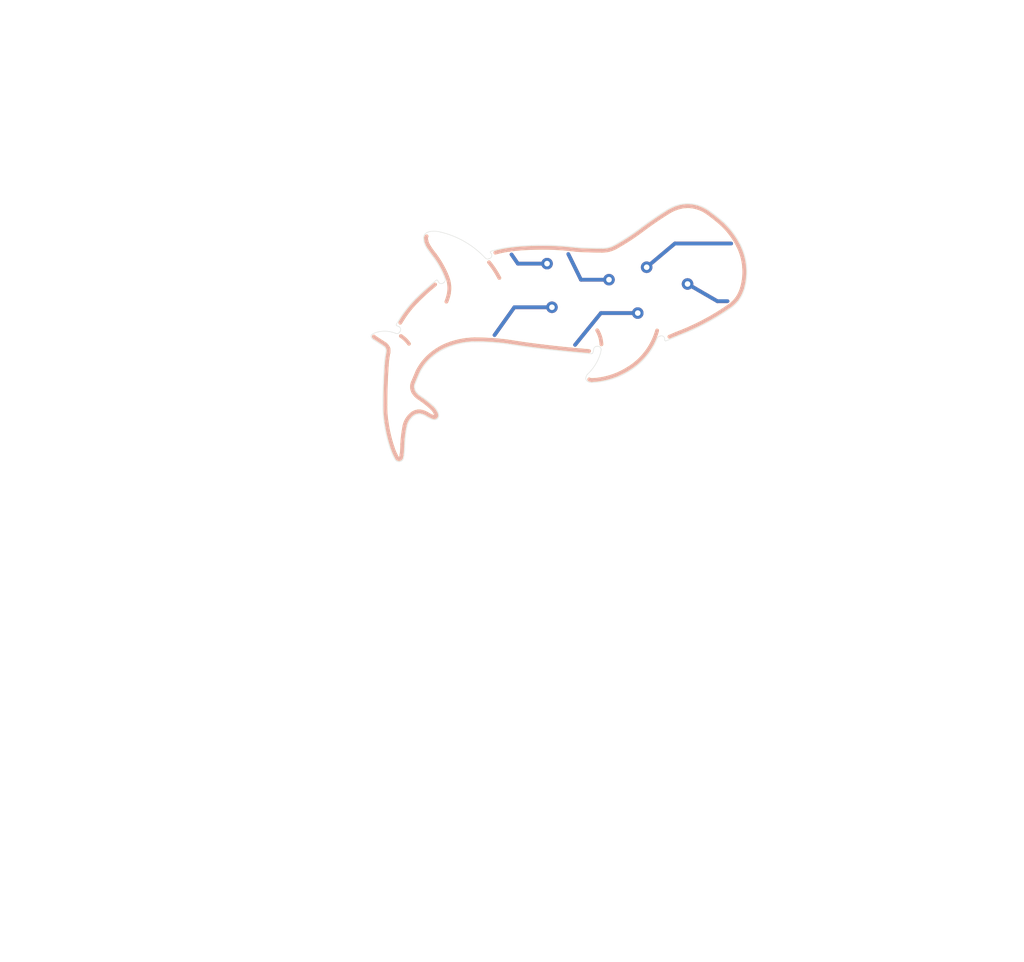
<source format=kicad_pcb>
(kicad_pcb (version 4) (host pcbnew 4.0.6)

  (general
    (links 0)
    (no_connects 0)
    (area -5.050001 -253.154956 280.681656 255.050001)
    (thickness 1.6)
    (drawings 310)
    (tracks 24)
    (zones 0)
    (modules 6)
    (nets 7)
  )

  (page A)
  (layers
    (0 F.Cu signal hide)
    (31 B.Cu signal)
    (32 B.Adhes user)
    (33 F.Adhes user)
    (34 B.Paste user)
    (35 F.Paste user)
    (36 B.SilkS user)
    (37 F.SilkS user)
    (38 B.Mask user)
    (39 F.Mask user)
    (40 Dwgs.User user)
    (41 Cmts.User user)
    (42 Eco1.User user)
    (43 Eco2.User user)
    (44 Edge.Cuts user)
    (45 Margin user)
    (46 B.CrtYd user)
    (47 F.CrtYd user)
    (48 B.Fab user)
    (49 F.Fab user)
  )

  (setup
    (last_trace_width 0.25)
    (user_trace_width 1)
    (trace_clearance 0.2)
    (zone_clearance 0.508)
    (zone_45_only no)
    (trace_min 0.2)
    (segment_width 0.06)
    (edge_width 0.15)
    (via_size 0.6)
    (via_drill 0.4)
    (via_min_size 0.4)
    (via_min_drill 0.3)
    (uvia_size 0.3)
    (uvia_drill 0.1)
    (uvias_allowed no)
    (uvia_min_size 0.2)
    (uvia_min_drill 0.1)
    (pcb_text_width 0.3)
    (pcb_text_size 1.5 1.5)
    (mod_edge_width 0.15)
    (mod_text_size 1 1)
    (mod_text_width 0.15)
    (pad_size 3.1 3.1)
    (pad_drill 1.5)
    (pad_to_mask_clearance 0.2)
    (aux_axis_origin 0 0)
    (visible_elements 7FFFFFFF)
    (pcbplotparams
      (layerselection 0x010f0_80000001)
      (usegerberextensions false)
      (excludeedgelayer true)
      (linewidth 0.150000)
      (plotframeref false)
      (viasonmask false)
      (mode 1)
      (useauxorigin false)
      (hpglpennumber 1)
      (hpglpenspeed 20)
      (hpglpendiameter 15)
      (hpglpenoverlay 2)
      (psnegative false)
      (psa4output false)
      (plotreference true)
      (plotvalue true)
      (plotinvisibletext false)
      (padsonsilk false)
      (subtractmaskfromsilk false)
      (outputformat 1)
      (mirror false)
      (drillshape 0)
      (scaleselection 1)
      (outputdirectory "MINI B gerbs/"))
  )

  (net 0 "")
  (net 1 "Net-(J1-Pad1)")
  (net 2 "Net-(J2-Pad1)")
  (net 3 "Net-(J3-Pad1)")
  (net 4 "Net-(J4-Pad1)")
  (net 5 "Net-(J5-Pad1)")
  (net 6 "Net-(J6-Pad1)")

  (net_class Default "This is the default net class."
    (clearance 0.2)
    (trace_width 0.25)
    (via_dia 0.6)
    (via_drill 0.4)
    (uvia_dia 0.3)
    (uvia_drill 0.1)
    (add_net "Net-(J1-Pad1)")
    (add_net "Net-(J2-Pad1)")
    (add_net "Net-(J3-Pad1)")
    (add_net "Net-(J4-Pad1)")
    (add_net "Net-(J5-Pad1)")
    (add_net "Net-(J6-Pad1)")
  )

  (module "" (layer F.Cu) (tedit 5AE29BCD) (tstamp 5AD8D4FA)
    (at 141.649784 67.632655)
    (path /5AD8D877)
    (attr virtual)
    (fp_text reference J1 (at 1 0.8) (layer F.SilkS) hide
      (effects (font (size 0.5 0.5) (thickness 0.125)))
    )
    (fp_text value T.P. (at 1 -1) (layer F.SilkS) hide
      (effects (font (size 0.5 0.5) (thickness 0.125)))
    )
    (pad 1 thru_hole circle (at 0 0) (size 3.1 3.1) (drill 1.5) (layers *.Cu *.Paste *.Mask)
      (net 1 "Net-(J1-Pad1)"))
  )

  (module "" (layer F.Cu) (tedit 5AE29C1E) (tstamp 5AD8D4FA)
    (at 158.26267 71.938714)
    (path /5AD8D877)
    (attr virtual)
    (fp_text reference J1 (at 1 0.8) (layer F.SilkS) hide
      (effects (font (size 0.5 0.5) (thickness 0.125)))
    )
    (fp_text value T.P. (at 1 -1) (layer F.SilkS) hide
      (effects (font (size 0.5 0.5) (thickness 0.125)))
    )
    (pad 1 thru_hole circle (at 0 0) (size 3.1 3.1) (drill 1.5) (layers *.Cu *.Paste *.Mask)
      (net 2 "Net-(J2-Pad1)"))
  )

  (module "" (layer F.Cu) (tedit 5AE29C34) (tstamp 5AD8D4FA)
    (at 168.35514 68.601777)
    (path /5AD8D877)
    (attr virtual)
    (fp_text reference J1 (at 1 0.8) (layer F.SilkS) hide
      (effects (font (size 0.5 0.5) (thickness 0.125)))
    )
    (fp_text value T.P. (at 1 -1) (layer F.SilkS) hide
      (effects (font (size 0.5 0.5) (thickness 0.125)))
    )
    (pad 1 thru_hole circle (at 0 0) (size 3.1 3.1) (drill 1.5) (layers *.Cu *.Paste *.Mask)
      (net 3 "Net-(J3-Pad1)"))
  )

  (module "" (layer F.Cu) (tedit 5AE29C46) (tstamp 5AD8D4FA)
    (at 165.97084 80.897491)
    (path /5AD8D877)
    (attr virtual)
    (fp_text reference J1 (at 1 0.8) (layer F.SilkS) hide
      (effects (font (size 0.5 0.5) (thickness 0.125)))
    )
    (fp_text value T.P. (at 1 -1) (layer F.SilkS) hide
      (effects (font (size 0.5 0.5) (thickness 0.125)))
    )
    (pad 1 thru_hole circle (at 0 0) (size 3.1 3.1) (drill 1.5) (layers *.Cu *.Paste *.Mask)
      (net 4 "Net-(J4-Pad1)"))
  )

  (module "" (layer F.Cu) (tedit 5AE29C50) (tstamp 5AD8D4FA)
    (at 142.963954 79.340497)
    (path /5AD8D877)
    (attr virtual)
    (fp_text reference J1 (at 1 0.8) (layer F.SilkS) hide
      (effects (font (size 0.5 0.5) (thickness 0.125)))
    )
    (fp_text value T.P. (at 1 -1) (layer F.SilkS) hide
      (effects (font (size 0.5 0.5) (thickness 0.125)))
    )
    (pad 1 thru_hole circle (at 0 0) (size 3.1 3.1) (drill 1.5) (layers *.Cu *.Paste *.Mask)
      (net 5 "Net-(J5-Pad1)"))
  )

  (module "" (layer F.Cu) (tedit 5AE29C3E) (tstamp 5AD8D4FA)
    (at 179.325896 73.090667)
    (path /5AD8D877)
    (attr virtual)
    (fp_text reference J1 (at 1 0.8) (layer F.SilkS) hide
      (effects (font (size 0.5 0.5) (thickness 0.125)))
    )
    (fp_text value T.P. (at 1 -1) (layer F.SilkS) hide
      (effects (font (size 0.5 0.5) (thickness 0.125)))
    )
    (pad 1 thru_hole circle (at 0 0) (size 3.1 3.1) (drill 1.5) (layers *.Cu *.Paste *.Mask)
      (net 6 "Net-(J6-Pad1)"))
  )

  (gr_arc (start 111.432581 107.968679) (end 110.907765 109.426851) (angle -31.22328916) (layer Edge.Cuts) (width 0.1))
  (gr_arc (start 111.44778 108.335746) (end 111.739661 109.487691) (angle -18.88641813) (layer Edge.Cuts) (width 0.1))
  (gr_arc (start 111.478659 108.362931) (end 112.096824 109.331193) (angle -39.59031193) (layer Edge.Cuts) (width 0.1))
  (gr_arc (start 110.643033 108.201972) (end 112.572097 108.715142) (angle -10.04830631) (layer Edge.Cuts) (width 0.1))
  (gr_arc (start 111.311324 108.362738) (end 112.632044 108.37069) (angle -17.76139341) (layer Edge.Cuts) (width 0.1))
  (gr_arc (start 102.259191 119.292841) (end 100.854387 120.108594) (angle -18.86859033) (layer Edge.Cuts) (width 0.1))
  (gr_arc (start 101.936395 119.59504) (end 101.19369 120.519069) (angle -42.94455513) (layer Edge.Cuts) (width 0.1))
  (gr_arc (start 101.953284 119.563995) (end 102.022258 120.777439) (angle -39.11630691) (layer Edge.Cuts) (width 0.1))
  (gr_arc (start 102.102217 119.658199) (end 102.772356 120.461951) (angle -33.05775872) (layer Edge.Cuts) (width 0.1))
  (gr_line (start 101.364684 84.312189) (end 101.842584 84.49133) (layer Edge.Cuts) (width 0.1))
  (gr_line (start 102.298615 85.691073) (end 102.191595 85.909384) (layer Edge.Cuts) (width 0.1))
  (gr_line (start 112.34748 72.159084) (end 112.467134 72.461042) (layer Edge.Cuts) (width 0.1))
  (gr_line (start 114.012248 72.679158) (end 113.809969 72.832339) (layer Edge.Cuts) (width 0.1))
  (gr_line (start 126.248055 66.262211) (end 125.993063 66.347842) (layer Edge.Cuts) (width 0.1))
  (gr_line (start 126.613995 64.837212) (end 126.50303 64.718184) (layer Edge.Cuts) (width 0.1))
  (gr_line (start 155.269936 89.814384) (end 155.020866 89.817095) (layer Edge.Cuts) (width 0.1))
  (gr_line (start 172.035707 87.044145) (end 171.728457 87.152863) (layer Edge.Cuts) (width 0.1))
  (gr_line (start 106.299353 99.81602) (end 107.517436 96.932588) (layer Edge.Cuts) (width 0.1))
  (gr_line (start 152.870748 91.791605) (end 153.648705 91.810827) (layer Edge.Cuts) (width 0.1))
  (gr_arc (start 98.101757 93.743822) (end 101.077937 86.339491) (angle -6.657349594) (layer Edge.Cuts) (width 0.1))
  (gr_arc (start 101.44642 84.075928) (end 101.226559 83.956929) (angle -99.34095371) (layer Edge.Cuts) (width 0.1))
  (gr_arc (start 112.115342 72.251884) (end 112.34748 72.159084) (angle -106.8047371) (layer Edge.Cuts) (width 0.1))
  (gr_arc (start 126.685355 64.547136) (end 126.611653 64.308247) (angle -116.025973) (layer Edge.Cuts) (width 0.1))
  (gr_arc (start 153.653066 91.560865) (end 153.648705 91.810827) (angle -71.44471098) (layer Edge.Cuts) (width 0.1))
  (gr_arc (start 173.423729 88.132237) (end 173.180717 88.073542) (angle -124.255031) (layer Edge.Cuts) (width 0.1))
  (gr_arc (start 101.514609 85.302537) (end 102.298615 85.691073) (angle -94.34829837) (layer Edge.Cuts) (width 0.1))
  (gr_arc (start 101.404269 85.527622) (end 101.077937 86.339491) (angle -86.02969058) (layer Edge.Cuts) (width 0.1))
  (gr_arc (start 127.565724 98.212906) (end 106.308405 77.115254) (angle -16.35970539) (layer Edge.Cuts) (width 0.1))
  (gr_arc (start 155.281569 90.689307) (end 156.146939 90.818767) (angle -99.27015451) (layer Edge.Cuts) (width 0.1))
  (gr_arc (start 155.028276 90.692063) (end 155.020866 89.817095) (angle -80.67164468) (layer Edge.Cuts) (width 0.1))
  (gr_arc (start 148.228873 89.634218) (end 155.93601 91.801927) (angle -7.200772794) (layer Edge.Cuts) (width 0.1))
  (gr_arc (start 172.330175 87.868108) (end 173.180717 88.073542) (angle -123.2446561) (layer Edge.Cuts) (width 0.1))
  (gr_arc (start 172.01774 87.97866) (end 171.728457 87.152863) (angle -48.82492944) (layer Edge.Cuts) (width 0.1))
  (gr_arc (start 154.362609 80.892338) (end 170.372258 89.44126) (angle -6.232301698) (layer Edge.Cuts) (width 0.1))
  (gr_arc (start 154.583821 38.211345) (end 173.512001 88.366135) (angle -3.481721952) (layer Edge.Cuts) (width 0.1))
  (gr_arc (start 125.711903 65.519244) (end 125.072728 66.116807) (angle -65.67017805) (layer Edge.Cuts) (width 0.1))
  (gr_arc (start 125.97211 65.431862) (end 126.248055 66.262211) (angle -114.4294884) (layer Edge.Cuts) (width 0.1))
  (gr_arc (start 139.741549 106.865608) (end 128.221249 63.844615) (angle -2.15503512) (layer Edge.Cuts) (width 0.1))
  (gr_arc (start 113.486078 71.980038) (end 114.012248 72.679158) (angle -75.31644334) (layer Edge.Cuts) (width 0.1))
  (gr_arc (start 113.279662 72.136351) (end 112.467134 72.461042) (angle -105.5235739) (layer Edge.Cuts) (width 0.1))
  (gr_arc (start 139.741549 106.865608) (end 111.959391 72.056488) (angle -1.938127397) (layer Edge.Cuts) (width 0.1))
  (gr_arc (start 106.220052 74.957413) (end 114.29574 71.648265) (angle -1.446212547) (layer Edge.Cuts) (width 0.1))
  (gr_arc (start 100.738104 76.503717) (end 114.20965 71.445501) (angle -3.575050034) (layer Edge.Cuts) (width 0.1))
  (gr_arc (start 95.026687 87.108434) (end 94.670753 86.659943) (angle -59.20150926) (layer Edge.Cuts) (width 0.1))
  (gr_arc (start 96.306716 88.753708) (end 95.352107 86.274001) (angle -16.94715805) (layer Edge.Cuts) (width 0.1))
  (gr_arc (start 97.702422 91.952149) (end 96.580762 85.910028) (angle -11.96910592) (layer Edge.Cuts) (width 0.1))
  (gr_arc (start 98.101757 93.743822) (end 100.199474 86.044384) (angle -26.22810195) (layer Edge.Cuts) (width 0.1))
  (gr_arc (start 149.084793 119.457035) (end 110.798031 73.016001) (angle -5.789806871) (layer Edge.Cuts) (width 0.1))
  (gr_arc (start 90.894749 80.735063) (end 113.868024 70.615314) (angle -12.83094839) (layer Edge.Cuts) (width 0.1))
  (gr_arc (start 133.283327 47.954912) (end 109.415712 63.512307) (angle -5.597643471) (layer Edge.Cuts) (width 0.1))
  (gr_arc (start 124.923317 54.245012) (end 109.094222 62.95181) (angle -2.049399276) (layer Edge.Cuts) (width 0.1))
  (gr_arc (start 113.350054 60.623194) (end 108.652759 61.835619) (angle -14.21285296) (layer Edge.Cuts) (width 0.1))
  (gr_arc (start 112.590028 60.820455) (end 108.526155 60.68785) (angle -16.32683954) (layer Edge.Cuts) (width 0.1))
  (gr_arc (start 110.039478 60.736818) (end 108.752452 59.939254) (angle -29.93299397) (layer Edge.Cuts) (width 0.1))
  (gr_arc (start 110.03683 60.656651) (end 109.294057 59.38678) (angle -30.48996694) (layer Edge.Cuts) (width 0.1))
  (gr_arc (start 110.90231 62.146523) (end 110.298167 59.010017) (angle -19.32909525) (layer Edge.Cuts) (width 0.1))
  (gr_arc (start 111.284201 66.298636) (end 113.209361 59.200045) (angle -22.8782384) (layer Edge.Cuts) (width 0.1))
  (gr_arc (start 107.601506 82.450607) (end 125.072728 66.116807) (angle -33.36677247) (layer Edge.Cuts) (width 0.1))
  (gr_arc (start 136.149821 95.989458) (end 131.521613 63.20634) (angle -5.819813628) (layer Edge.Cuts) (width 0.1))
  (gr_arc (start 138.666885 115.806637) (end 137.413294 62.738052) (angle -6.382565975) (layer Edge.Cuts) (width 0.1))
  (gr_arc (start 140.463296 134.522694) (end 149.696645 63.269044) (angle -9.816417465) (layer Edge.Cuts) (width 0.1))
  (gr_arc (start 155.941892 -38.721179) (end 149.696645 63.269044) (angle -3.709312658) (layer Edge.Cuts) (width 0.1))
  (gr_arc (start 156.541458 56.898951) (end 156.307935 63.45942) (angle -28.61121451) (layer Edge.Cuts) (width 0.1))
  (gr_arc (start 129.807754 9.071385) (end 159.478021 62.770142) (angle -8.360799191) (layer Edge.Cuts) (width 0.1))
  (gr_arc (start 223.226919 132.915828) (end 173.656729 53.309664) (angle -4.951423638) (layer Edge.Cuts) (width 0.1))
  (gr_arc (start 179.822417 62.652273) (end 176.055636 52.111333) (angle -13.75872532) (layer Edge.Cuts) (width 0.1))
  (gr_arc (start 180.797424 66.09404) (end 177.195607 51.775257) (angle -4.613198254) (layer Edge.Cuts) (width 0.1))
  (gr_arc (start 179.344672 60.321277) (end 178.795768 51.526299) (angle -10.54421153) (layer Edge.Cuts) (width 0.1))
  (gr_arc (start 179.405465 59.931109) (end 180.408014 51.564063) (angle -10.98172348) (layer Edge.Cuts) (width 0.1))
  (gr_arc (start 179.331088 60.677197) (end 182.053952 51.913922) (angle -10.5211501) (layer Edge.Cuts) (width 0.1))
  (gr_arc (start 179.351163 61.341056) (end 185.020664 53.339013) (angle -19.32006199) (layer Edge.Cuts) (width 0.1))
  (gr_arc (start 158.621013 90.489614) (end 189.125198 56.628081) (angle -6.616084412) (layer Edge.Cuts) (width 0.1))
  (gr_arc (start 174.499801 72.098669) (end 193.499313 62.493468) (angle -19.78974815) (layer Edge.Cuts) (width 0.1))
  (gr_arc (start 179.118131 69.790123) (end 195.204741 68.658511) (angle -22.8782666) (layer Edge.Cuts) (width 0.1))
  (gr_arc (start 178.99427 69.823683) (end 194.5919 74.389966) (angle -20.42887177) (layer Edge.Cuts) (width 0.1))
  (gr_arc (start 184.702294 71.486723) (end 193.029257 77.560833) (angle -19.74851695) (layer Edge.Cuts) (width 0.1))
  (gr_arc (start 185.519875 71.743802) (end 190.60272 79.768349) (angle -19.88671025) (layer Edge.Cuts) (width 0.1))
  (gr_arc (start 153.549006 25.995881) (end 176.52297 87.124049) (angle -13.97222018) (layer Edge.Cuts) (width 0.1))
  (gr_arc (start 154.362609 80.892338) (end 163.483315 96.58328) (angle -31.73018522) (layer Edge.Cuts) (width 0.1))
  (gr_arc (start 152.848307 79.241139) (end 153.708606 99.566323) (angle -29.09486688) (layer Edge.Cuts) (width 0.1))
  (gr_arc (start 153.597872 97.644664) (end 152.54487 99.255945) (angle -36.46331265) (layer Edge.Cuts) (width 0.1))
  (gr_arc (start 153.033086 98.408355) (end 152.055209 98.385556) (angle -61.39344511) (layer Edge.Cuts) (width 0.1))
  (gr_arc (start 153.623246 98.407529) (end 152.459527 97.356348) (angle -41.28851014) (layer Edge.Cuts) (width 0.1))
  (gr_arc (start 143.703992 88.011137) (end 152.459527 97.356348) (angle -29.64730415) (layer Edge.Cuts) (width 0.1))
  (gr_arc (start 181.610088 -252.654955) (end 140.423096 90.525776) (angle -2.074146979) (layer Edge.Cuts) (width 0.1))
  (gr_arc (start 163.348934 -105.491587) (end 131.485778 89.272732) (angle -2.620293449) (layer Edge.Cuts) (width 0.1))
  (gr_arc (start 122.499867 153.54642) (end 131.485778 89.272732) (angle -8.188861606) (layer Edge.Cuts) (width 0.1))
  (gr_arc (start 122.533162 108.754693) (end 122.239237 88.648149) (angle -17.57973143) (layer Edge.Cuts) (width 0.1))
  (gr_arc (start 120.857471 104.312348) (end 116.180131 89.675948) (angle -22.21794415) (layer Edge.Cuts) (width 0.1))
  (gr_arc (start 119.602146 102.902519) (end 110.99294 92.531315) (angle -24.01401694) (layer Edge.Cuts) (width 0.1))
  (gr_arc (start 108.309239 100.637199) (end 106.299353 99.81602) (angle -34.85176925) (layer Edge.Cuts) (width 0.1))
  (gr_arc (start 108.253415 100.766324) (end 106.190593 101.111872) (angle -18.69786013) (layer Edge.Cuts) (width 0.1))
  (gr_arc (start 110.172275 99.479945) (end 106.410239 101.754929) (angle -10.55978005) (layer Edge.Cuts) (width 0.1))
  (gr_arc (start 110.10028 99.401149) (end 106.890868 102.405837) (angle -10.96030181) (layer Edge.Cuts) (width 0.1))
  (gr_line (start 108.586334 103.705622) (end 107.520688 102.96123) (layer Edge.Cuts) (width 0.1))
  (gr_arc (start 93.081678 125.267627) (end 111.268617 105.914342) (angle -7.501542575) (layer Edge.Cuts) (width 0.1))
  (gr_arc (start 107.927145 109.469029) (end 112.40496 107.532433) (angle -23.38305762) (layer Edge.Cuts) (width 0.1))
  (gr_arc (start 107.955363 109.485574) (end 112.571518 107.96742) (angle -5.494054631) (layer Edge.Cuts) (width 0.1))
  (gr_arc (start 111.654891 106.914002) (end 110.501953 109.268418) (angle -9.532226127) (layer Edge.Cuts) (width 0.1))
  (gr_arc (start 113.49894 102.097433) (end 109.301848 108.638791) (angle -10.00356983) (layer Edge.Cuts) (width 0.1))
  (gr_arc (start 106.604406 112.934882) (end 109.301848 108.638791) (angle -15.96829061) (layer Edge.Cuts) (width 0.1))
  (gr_arc (start 107.37994 110.268252) (end 108.015887 108.062479) (angle -25.27388408) (layer Edge.Cuts) (width 0.1))
  (gr_arc (start 107.30248 110.223419) (end 107.013267 108.002107) (angle -25.87465815) (layer Edge.Cuts) (width 0.1))
  (gr_arc (start 108.186657 111.573831) (end 106.072871 108.351006) (angle -18.10963485) (layer Edge.Cuts) (width 0.1))
  (gr_arc (start 108.8009 112.312986) (end 105.17581 109.167694) (angle -29.88982565) (layer Edge.Cuts) (width 0.1))
  (gr_arc (start 139.656096 118.177499) (end 104.090595 111.39257) (angle -7.483913924) (layer Edge.Cuts) (width 0.1))
  (gr_arc (start 84.1186 116.292794) (end 103.307611 119.093889) (angle -8.925788063) (layer Edge.Cuts) (width 0.1))
  (gr_arc (start 98.288594 118.373118) (end 103.102309 119.96629) (angle -10.14048374) (layer Edge.Cuts) (width 0.1))
  (gr_arc (start 113.390665 112.802262) (end 99.547139 117.149392) (angle -12.80099667) (layer Edge.Cuts) (width 0.1))
  (gr_arc (start 136.22063 104.908917) (end 97.954503 110.42958) (angle -10.2479804) (layer Edge.Cuts) (width 0.1))
  (gr_arc (start 128.291689 105.708652) (end 97.589679 105.572412) (angle -9.099401619) (layer Edge.Cuts) (width 0.1))
  (gr_arc (start 280.181655 106.792935) (end 97.96658 95.003706) (angle -3.318866429) (layer Edge.Cuts) (width 0.1))
  (gr_arc (start 122.385474 96.292123) (end 98.41753 91.4465) (angle -8.409183184) (layer Edge.Cuts) (width 0.1))
  (gr_arc (start 96.786952 91.02976) (end 98.41753 91.4465) (angle -30.32901441) (layer Edge.Cuts) (width 0.1))
  (gr_arc (start 96.83512 91.178488) (end 98.404808 90.566081) (angle -35.73799814) (layer Edge.Cuts) (width 0.1))
  (gr_line (start 95.010904 87.98826) (end 97.751535 89.764577) (layer Edge.Cuts) (width 0.1))
  (gr_arc (start 95.855961 86.773856) (end 94.602441 87.559723) (angle -23.0826684) (layer Edge.Cuts) (width 0.1))
  (gr_arc (start 95.252018 87.096786) (end 94.4592 87.184535) (angle -29.16072154) (layer Edge.Cuts) (width 0.1))
  (gr_arc (start 148.228873 89.634218) (end 153.888647 91.644542) (angle -10.71165657) (layer Edge.Cuts) (width 0.1))
  (gr_line (start 158.26267 71.938714) (end 150.731894 71.938714) (layer B.Mask) (width 1.2))
  (gr_line (start 147.350348 65.062109) (end 150.731894 71.938714) (layer B.Mask) (width 1.2))
  (gr_line (start 141.649784 67.632655) (end 133.819389 67.632655) (layer B.Mask) (width 1.2))
  (gr_line (start 133.819389 67.632655) (end 132.128503 65.181195) (layer B.Mask) (width 1.2))
  (gr_line (start 191.030963 62.239016) (end 175.914033 62.239016) (layer B.Mask) (width 1.2))
  (gr_line (start 168.35514 68.601777) (end 175.914033 62.239016) (layer B.Mask) (width 1.2))
  (gr_line (start 142.963954 79.340497) (end 132.885188 79.340497) (layer B.Mask) (width 1.2))
  (gr_line (start 165.97084 80.897491) (end 156.088887 80.897491) (layer B.Mask) (width 1.2))
  (gr_line (start 187.304725 77.706102) (end 179.325896 73.090667) (layer B.Mask) (width 1.2))
  (gr_line (start 187.304725 77.706102) (end 190.030896 77.706102) (layer B.Mask) (width 1.2))
  (gr_line (start 156.088887 80.897491) (end 149.165509 89.429803) (layer B.Mask) (width 1.2))
  (gr_line (start 132.885188 79.340497) (end 127.567832 86.805991) (layer B.Mask) (width 1.2))
  (gr_line (start 106.889825 96.622544) (end 105.651324 99.551254) (layer B.SilkS) (width 1))
  (gr_arc (start 139.741549 106.865608) (end 128.402307 64.520754) (angle -0.8410124117) (layer B.SilkS) (width 1))
  (gr_arc (start 136.149821 95.989458) (end 131.619467 63.89947) (angle -5.819813628) (layer B.SilkS) (width 1))
  (gr_arc (start 138.666885 115.806637) (end 137.429824 63.437846) (angle -6.382565975) (layer B.SilkS) (width 1))
  (gr_arc (start 140.463296 134.522694) (end 149.606687 63.963248) (angle -9.816417465) (layer B.SilkS) (width 1))
  (gr_arc (start 155.941892 -38.721179) (end 149.653859 63.967781) (angle -3.709312658) (layer B.SilkS) (width 1))
  (gr_arc (start 156.541458 56.898951) (end 156.283035 64.158953) (angle -28.61121451) (layer B.SilkS) (width 1))
  (gr_arc (start 129.807754 9.071385) (end 159.816565 63.382855) (angle -8.360799191) (layer B.SilkS) (width 1))
  (gr_arc (start 223.226919 132.915828) (end 174.026726 53.903853) (angle -4.951423638) (layer B.SilkS) (width 1))
  (gr_arc (start 179.822417 62.652273) (end 176.291208 52.770557) (angle -13.75872532) (layer B.SilkS) (width 1))
  (gr_arc (start 180.797424 66.09404) (end 177.366379 52.454152) (angle -4.613198254) (layer B.SilkS) (width 1))
  (gr_arc (start 107.601506 82.450607) (end 128.857828 71.486783) (angle -12.11127884) (layer B.SilkS) (width 1))
  (gr_arc (start 100.738104 76.503717) (end 114.865014 71.199429) (angle -3.575050034) (layer B.SilkS) (width 1))
  (gr_arc (start 90.894749 80.735063) (end 114.508626 70.333128) (angle -12.83094839) (layer B.SilkS) (width 1))
  (gr_arc (start 133.435324 47.850461) (end 110.002111 63.13008) (angle -5.613058823) (layer B.SilkS) (width 1))
  (gr_arc (start 124.923317 54.245012) (end 109.707538 62.614455) (angle -2.049399276) (layer B.SilkS) (width 1))
  (gr_arc (start 113.350054 60.623194) (end 109.330586 61.660664) (angle -14.21285296) (layer B.SilkS) (width 1))
  (gr_arc (start 112.590028 60.820455) (end 109.225819 60.710681) (angle -16.32683954) (layer B.SilkS) (width 1))
  (gr_arc (start 110.039478 60.736818) (end 109.347478 60.307989) (angle -29.93299397) (layer B.SilkS) (width 1))
  (gr_arc (start 107.476985 74.200003) (end 115.312693 75.680252) (angle -32.94842005) (layer B.SilkS) (width 1))
  (gr_arc (start 102.756911 73.06475) (end 114.661506 77.836969) (angle -10.0505422) (layer B.SilkS) (width 1))
  (gr_arc (start 127.565724 98.212906) (end 106.805242 77.608359) (angle -14.55684639) (layer B.SilkS) (width 1))
  (gr_arc (start 139.741549 106.865608) (end 111.63324 73.226523) (angle -0.6508813655) (layer B.SilkS) (width 1))
  (gr_arc (start 149.084793 119.457035) (end 111.243323 73.556131) (angle -5.789806871) (layer B.SilkS) (width 1))
  (gr_line (start 95.410726 87.413689) (end 98.132247 89.177186) (layer B.SilkS) (width 1))
  (gr_arc (start 96.786952 91.02976) (end 99.09574 91.619835) (angle -30.32901441) (layer B.SilkS) (width 1))
  (gr_arc (start 96.848007 91.164117) (end 99.077726 90.373221) (angle -37.59373722) (layer B.SilkS) (width 1))
  (gr_arc (start 95.855961 86.773856) (end 95.195519 87.187905) (angle -23.0826684) (layer B.SilkS) (width 1))
  (gr_arc (start 111.452466 108.342984) (end 111.447914 108.823341) (angle -108.9162975) (layer B.SilkS) (width 1))
  (gr_arc (start 111.524334 107.782653) (end 111.405732 108.819381) (angle -2.326450725) (layer B.SilkS) (width 1))
  (gr_arc (start 101.948657 119.556749) (end 101.483146 119.797053) (angle -133.7898466) (layer B.SilkS) (width 1))
  (gr_arc (start 98.288594 118.373118) (end 102.444268 119.726499) (angle -9.866642151) (layer B.SilkS) (width 1))
  (gr_arc (start 113.390665 112.802262) (end 100.215007 116.939669) (angle -12.99782195) (layer B.SilkS) (width 1))
  (gr_arc (start 136.22063 104.908917) (end 98.647339 110.329625) (angle -10.2479804) (layer B.SilkS) (width 1))
  (gr_arc (start 128.291689 105.708652) (end 98.289685 105.575518) (angle -9.099401619) (layer B.SilkS) (width 1))
  (gr_arc (start 280.181655 106.792935) (end 98.665075 95.048898) (angle -3.318866429) (layer B.SilkS) (width 1))
  (gr_arc (start 122.385474 96.292123) (end 99.10361 91.585205) (angle -8.409183184) (layer B.SilkS) (width 1))
  (gr_arc (start 107.955363 109.485574) (end 111.909813 108.196027) (angle -5.637808949) (layer B.SilkS) (width 1))
  (gr_arc (start 106.604406 112.934882) (end 109.674059 108.045987) (angle -15.96829061) (layer B.SilkS) (width 1))
  (gr_arc (start 107.37994 110.268252) (end 108.2098 107.389893) (angle -25.27388408) (layer B.SilkS) (width 1))
  (gr_arc (start 107.30248 110.223419) (end 106.922885 107.307927) (angle -25.87465815) (layer B.SilkS) (width 1))
  (gr_arc (start 108.186657 111.573831) (end 105.688951 107.765655) (angle -18.10963485) (layer B.SilkS) (width 1))
  (gr_arc (start 108.8009 112.312986) (end 104.647076 108.708941) (angle -29.88982565) (layer B.SilkS) (width 1))
  (gr_arc (start 139.656096 118.177499) (end 103.403002 111.261395) (angle -7.483913924) (layer B.SilkS) (width 1))
  (gr_arc (start 84.1186 116.292794) (end 102.614975 118.992782) (angle -8.925788063) (layer B.SilkS) (width 1))
  (gr_line (start 110.588133 108.542726) (end 110.955076 108.703641) (layer B.SilkS) (width 1))
  (gr_line (start 107.109973 103.528056) (end 108.177694 104.273911) (layer B.SilkS) (width 1))
  (gr_arc (start 110.10028 99.401149) (end 106.379875 102.884234) (angle -10.96030181) (layer B.SilkS) (width 1))
  (gr_arc (start 93.081678 125.267627) (end 110.789282 106.424417) (angle -7.501542575) (layer B.SilkS) (width 1))
  (gr_arc (start 107.927145 109.469029) (end 111.762519 107.81028) (angle -23.38305762) (layer B.SilkS) (width 1))
  (gr_arc (start 111.654891 106.914002) (end 110.955076 108.703641) (angle -13.90727718) (layer B.SilkS) (width 1))
  (gr_arc (start 113.49894 102.097433) (end 109.679843 108.049668) (angle -8.380439072) (layer B.SilkS) (width 1))
  (gr_arc (start 181.610088 -252.654955) (end 140.506512 89.830731) (angle -2.074146979) (layer B.SilkS) (width 1))
  (gr_arc (start 163.348934 -105.491587) (end 131.598793 88.581924) (angle -2.620293449) (layer B.SilkS) (width 1))
  (gr_arc (start 122.499867 153.54642) (end 131.582701 88.579469) (angle -8.188861606) (layer B.SilkS) (width 1))
  (gr_arc (start 122.533162 108.754693) (end 122.229005 87.948216) (angle -17.57973143) (layer B.SilkS) (width 1))
  (gr_arc (start 120.857471 104.312348) (end 115.967049 89.009169) (angle -22.21794415) (layer B.SilkS) (width 1))
  (gr_arc (start 119.602146 102.902519) (end 110.545827 91.992693) (angle -24.01401694) (layer B.SilkS) (width 1))
  (gr_arc (start 108.309239 100.637199) (end 105.651324 99.551254) (angle -34.85176925) (layer B.SilkS) (width 1))
  (gr_arc (start 108.253415 100.766324) (end 105.500176 101.227525) (angle -18.69786013) (layer B.SilkS) (width 1))
  (gr_arc (start 110.172275 99.479945) (end 105.811258 102.117146) (angle -10.55978005) (layer B.SilkS) (width 1))
  (gr_arc (start 148.228873 89.634218) (end 156.227481 89.286086) (angle -28.36939204) (layer B.SilkS) (width 1))
  (gr_arc (start 154.362609 80.892338) (end 169.754791 89.111542) (angle -12.53952197) (layer B.SilkS) (width 1))
  (gr_arc (start 154.362609 80.892338) (end 163.131544 95.978105) (angle -31.73018522) (layer B.SilkS) (width 1))
  (gr_arc (start 152.848307 79.241139) (end 153.674381 98.867161) (angle -29.10836286) (layer B.SilkS) (width 1))
  (gr_arc (start 153.597576 97.647545) (end 152.96413 98.69248) (angle -34.8279106) (layer B.SilkS) (width 1))
  (gr_arc (start 154.031762 36.812656) (end 174.46891 87.239182) (angle -2.069641574) (layer B.SilkS) (width 1))
  (gr_arc (start 178.994258 69.823103) (end 193.920093 74.192714) (angle -20.42887177) (layer B.SilkS) (width 1))
  (gr_arc (start 184.702282 71.486143) (end 192.463679 77.1477) (angle -19.74851695) (layer B.SilkS) (width 1))
  (gr_arc (start 185.519863 71.743222) (end 190.228151 79.176435) (angle -19.88671025) (layer B.SilkS) (width 1))
  (gr_arc (start 153.548995 25.9953) (end 176.276693 86.468216) (angle -13.97222018) (layer B.SilkS) (width 1))
  (gr_arc (start 179.344672 60.321277) (end 178.83937 52.22493) (angle -10.54421153) (layer B.SilkS) (width 1))
  (gr_arc (start 179.405465 59.931109) (end 180.324735 52.259086) (angle -10.98172348) (layer B.SilkS) (width 1))
  (gr_arc (start 179.331088 60.677197) (end 181.846235 52.58244) (angle -10.5211501) (layer B.SilkS) (width 1))
  (gr_arc (start 179.351163 61.341056) (end 184.615967 53.91021) (angle -19.32006199) (layer B.SilkS) (width 1))
  (gr_arc (start 158.621013 90.489614) (end 188.656673 57.148173) (angle -6.616084412) (layer B.SilkS) (width 1))
  (gr_arc (start 174.499801 72.098669) (end 192.874637 62.809272) (angle -19.78974815) (layer B.SilkS) (width 1))
  (gr_arc (start 179.118131 69.790123) (end 194.506504 68.707628) (angle -22.8782666) (layer B.SilkS) (width 1))
  (gr_arc (start 98.101757 93.743822) (end 104.619754 89.139751) (angle -21.82966216) (layer B.SilkS) (width 1))
  (gr_line (start 106.889825 96.622544) (end 105.651324 99.551254) (layer F.SilkS) (width 1))
  (gr_arc (start 139.741549 106.865608) (end 128.402307 64.520754) (angle -0.8410124117) (layer F.SilkS) (width 1))
  (gr_arc (start 136.149821 95.989458) (end 131.619467 63.89947) (angle -5.819813628) (layer F.SilkS) (width 1))
  (gr_arc (start 138.666885 115.806637) (end 137.429824 63.437846) (angle -6.382565975) (layer F.SilkS) (width 1))
  (gr_arc (start 140.463296 134.522694) (end 149.606687 63.963248) (angle -9.816417465) (layer F.SilkS) (width 1))
  (gr_arc (start 155.941892 -38.721179) (end 149.653859 63.967781) (angle -3.709312658) (layer F.SilkS) (width 1))
  (gr_arc (start 156.541458 56.898951) (end 156.283035 64.158953) (angle -28.61121451) (layer F.SilkS) (width 1))
  (gr_arc (start 129.807754 9.071385) (end 159.816565 63.382855) (angle -8.360799191) (layer F.SilkS) (width 1))
  (gr_arc (start 223.226919 132.915828) (end 174.026726 53.903853) (angle -4.951423638) (layer F.SilkS) (width 1))
  (gr_arc (start 179.822417 62.652273) (end 176.291208 52.770557) (angle -13.75872532) (layer F.SilkS) (width 1))
  (gr_arc (start 180.797424 66.09404) (end 177.366379 52.454152) (angle -4.613198254) (layer F.SilkS) (width 1))
  (gr_arc (start 107.601506 82.450607) (end 128.857828 71.486783) (angle -12.11127884) (layer F.SilkS) (width 1))
  (gr_arc (start 100.738104 76.503717) (end 114.865014 71.199429) (angle -3.575050034) (layer F.SilkS) (width 1))
  (gr_arc (start 90.894749 80.735063) (end 114.508626 70.333128) (angle -12.83094839) (layer F.SilkS) (width 1))
  (gr_arc (start 133.435324 47.850461) (end 110.002111 63.13008) (angle -5.613058823) (layer F.SilkS) (width 1))
  (gr_arc (start 124.923317 54.245012) (end 109.707538 62.614455) (angle -2.049399276) (layer F.SilkS) (width 1))
  (gr_arc (start 113.350054 60.623194) (end 109.330586 61.660664) (angle -14.21285296) (layer F.SilkS) (width 1))
  (gr_arc (start 112.590028 60.820455) (end 109.225819 60.710681) (angle -16.32683954) (layer F.SilkS) (width 1))
  (gr_arc (start 110.039478 60.736818) (end 109.347478 60.307989) (angle -29.93299397) (layer F.SilkS) (width 1))
  (gr_arc (start 107.476985 74.200003) (end 115.312693 75.680252) (angle -32.94842005) (layer F.SilkS) (width 1))
  (gr_arc (start 102.756911 73.06475) (end 114.661506 77.836969) (angle -10.0505422) (layer F.SilkS) (width 1))
  (gr_arc (start 127.565724 98.212906) (end 106.805242 77.608359) (angle -14.55684639) (layer F.SilkS) (width 1))
  (gr_arc (start 139.741549 106.865608) (end 111.63324 73.226523) (angle -0.6508813655) (layer F.SilkS) (width 1))
  (gr_arc (start 149.084793 119.457035) (end 111.243323 73.556131) (angle -5.789806871) (layer F.SilkS) (width 1))
  (gr_line (start 95.410726 87.413689) (end 98.132247 89.177186) (layer F.SilkS) (width 1))
  (gr_arc (start 96.786952 91.02976) (end 99.09574 91.619835) (angle -30.32901441) (layer F.SilkS) (width 1))
  (gr_arc (start 96.848007 91.164117) (end 99.077726 90.373221) (angle -37.59373722) (layer F.SilkS) (width 1))
  (gr_arc (start 95.855961 86.773856) (end 95.195519 87.187905) (angle -23.0826684) (layer F.SilkS) (width 1))
  (gr_arc (start 111.452466 108.342984) (end 111.447914 108.823341) (angle -108.9162975) (layer F.SilkS) (width 1))
  (gr_arc (start 111.524334 107.782653) (end 111.405732 108.819381) (angle -2.326450725) (layer F.SilkS) (width 1))
  (gr_arc (start 101.948657 119.556749) (end 101.483146 119.797053) (angle -133.7898466) (layer F.SilkS) (width 1))
  (gr_arc (start 98.288594 118.373118) (end 102.444268 119.726499) (angle -9.866642151) (layer F.SilkS) (width 1))
  (gr_arc (start 113.390665 112.802262) (end 100.215007 116.939669) (angle -12.99782195) (layer F.SilkS) (width 1))
  (gr_arc (start 136.22063 104.908917) (end 98.647339 110.329625) (angle -10.2479804) (layer F.SilkS) (width 1))
  (gr_arc (start 128.291689 105.708652) (end 98.289685 105.575518) (angle -9.099401619) (layer F.SilkS) (width 1))
  (gr_arc (start 280.181655 106.792935) (end 98.665075 95.048898) (angle -3.318866429) (layer F.SilkS) (width 1))
  (gr_arc (start 122.385474 96.292123) (end 99.10361 91.585205) (angle -8.409183184) (layer F.SilkS) (width 1))
  (gr_arc (start 107.955363 109.485574) (end 111.909813 108.196027) (angle -5.637808949) (layer F.SilkS) (width 1))
  (gr_arc (start 106.604406 112.934882) (end 109.674059 108.045987) (angle -15.96829061) (layer F.SilkS) (width 1))
  (gr_arc (start 107.37994 110.268252) (end 108.2098 107.389893) (angle -25.27388408) (layer F.SilkS) (width 1))
  (gr_arc (start 107.30248 110.223419) (end 106.922885 107.307927) (angle -25.87465815) (layer F.SilkS) (width 1))
  (gr_arc (start 108.186657 111.573831) (end 105.688951 107.765655) (angle -18.10963485) (layer F.SilkS) (width 1))
  (gr_arc (start 108.8009 112.312986) (end 104.647076 108.708941) (angle -29.88982565) (layer F.SilkS) (width 1))
  (gr_arc (start 139.656096 118.177499) (end 103.403002 111.261395) (angle -7.483913924) (layer F.SilkS) (width 1))
  (gr_arc (start 84.1186 116.292794) (end 102.614975 118.992782) (angle -8.925788063) (layer F.SilkS) (width 1))
  (gr_line (start 110.588133 108.542726) (end 110.955076 108.703641) (layer F.SilkS) (width 1))
  (gr_line (start 107.109973 103.528056) (end 108.177694 104.273911) (layer F.SilkS) (width 1))
  (gr_arc (start 110.10028 99.401149) (end 106.379875 102.884234) (angle -10.96030181) (layer F.SilkS) (width 1))
  (gr_arc (start 93.081678 125.267627) (end 110.789282 106.424417) (angle -7.501542575) (layer F.SilkS) (width 1))
  (gr_arc (start 107.927145 109.469029) (end 111.762519 107.81028) (angle -23.38305762) (layer F.SilkS) (width 1))
  (gr_arc (start 111.654891 106.914002) (end 110.955076 108.703641) (angle -13.90727718) (layer F.SilkS) (width 1))
  (gr_arc (start 113.49894 102.097433) (end 109.679843 108.049668) (angle -8.380439072) (layer F.SilkS) (width 1))
  (gr_arc (start 181.610088 -252.654955) (end 140.506512 89.830731) (angle -2.074146979) (layer F.SilkS) (width 1))
  (gr_arc (start 163.348934 -105.491587) (end 131.598793 88.581924) (angle -2.620293449) (layer F.SilkS) (width 1))
  (gr_arc (start 122.499867 153.54642) (end 131.582701 88.579469) (angle -8.188861606) (layer F.SilkS) (width 1))
  (gr_arc (start 122.533162 108.754693) (end 122.229005 87.948216) (angle -17.57973143) (layer F.SilkS) (width 1))
  (gr_arc (start 120.857471 104.312348) (end 115.967049 89.009169) (angle -22.21794415) (layer F.SilkS) (width 1))
  (gr_arc (start 119.602146 102.902519) (end 110.545827 91.992693) (angle -24.01401694) (layer F.SilkS) (width 1))
  (gr_arc (start 108.309239 100.637199) (end 105.651324 99.551254) (angle -34.85176925) (layer F.SilkS) (width 1))
  (gr_arc (start 108.253415 100.766324) (end 105.500176 101.227525) (angle -18.69786013) (layer F.SilkS) (width 1))
  (gr_arc (start 110.172275 99.479945) (end 105.811258 102.117146) (angle -10.55978005) (layer F.SilkS) (width 1))
  (gr_arc (start 148.228873 89.634218) (end 156.227481 89.286086) (angle -28.36939204) (layer F.SilkS) (width 1))
  (gr_arc (start 154.362609 80.892338) (end 169.754791 89.111542) (angle -12.53952197) (layer F.SilkS) (width 1))
  (gr_arc (start 154.362609 80.892338) (end 163.131544 95.978105) (angle -31.73018522) (layer F.SilkS) (width 1))
  (gr_arc (start 152.848307 79.241139) (end 153.674381 98.867161) (angle -29.10836286) (layer F.SilkS) (width 1))
  (gr_arc (start 153.597576 97.647545) (end 152.96413 98.69248) (angle -34.8279106) (layer F.SilkS) (width 1))
  (gr_arc (start 154.031762 36.812656) (end 174.46891 87.239182) (angle -2.069641574) (layer F.SilkS) (width 1))
  (gr_arc (start 178.994258 69.823103) (end 193.920093 74.192714) (angle -20.42887177) (layer F.SilkS) (width 1))
  (gr_arc (start 184.702282 71.486143) (end 192.463679 77.1477) (angle -19.74851695) (layer F.SilkS) (width 1))
  (gr_arc (start 185.519863 71.743222) (end 190.228151 79.176435) (angle -19.88671025) (layer F.SilkS) (width 1))
  (gr_arc (start 153.548995 25.9953) (end 176.276693 86.468216) (angle -13.97222018) (layer F.SilkS) (width 1))
  (gr_arc (start 179.344672 60.321277) (end 178.83937 52.22493) (angle -10.54421153) (layer F.SilkS) (width 1))
  (gr_arc (start 179.405465 59.931109) (end 180.324735 52.259086) (angle -10.98172348) (layer F.SilkS) (width 1))
  (gr_arc (start 179.331088 60.677197) (end 181.846235 52.58244) (angle -10.5211501) (layer F.SilkS) (width 1))
  (gr_arc (start 179.351163 61.341056) (end 184.615967 53.91021) (angle -19.32006199) (layer F.SilkS) (width 1))
  (gr_arc (start 158.621013 90.489614) (end 188.656673 57.148173) (angle -6.616084412) (layer F.SilkS) (width 1))
  (gr_arc (start 174.499801 72.098669) (end 192.874637 62.809272) (angle -19.78974815) (layer F.SilkS) (width 1))
  (gr_arc (start 179.118131 69.790123) (end 194.506504 68.707628) (angle -22.8782666) (layer F.SilkS) (width 1))
  (gr_arc (start 98.101757 93.743822) (end 104.619754 89.139751) (angle -21.82966216) (layer F.SilkS) (width 1))
  (gr_line (start 141.649784 67.632655) (end 133.819389 67.632655) (layer F.Mask) (width 1.2))
  (gr_line (start 133.819389 67.632655) (end 132.128503 65.181195) (layer F.Mask) (width 1.2))
  (gr_line (start 158.26267 71.938714) (end 150.731894 71.938714) (layer F.Mask) (width 1.2))
  (gr_line (start 147.350348 65.062109) (end 150.731894 71.938714) (layer F.Mask) (width 1.2))
  (gr_line (start 191.030963 62.239016) (end 175.914033 62.239016) (layer F.Mask) (width 1.2))
  (gr_line (start 168.35514 68.601777) (end 175.914033 62.239016) (layer F.Mask) (width 1.2))
  (gr_line (start 165.97084 80.897491) (end 156.088887 80.897491) (layer F.Mask) (width 1.2))
  (gr_line (start 156.088887 80.897491) (end 149.165509 89.429803) (layer F.Mask) (width 1.2))
  (gr_line (start 142.963954 79.340497) (end 132.885188 79.340497) (layer F.Mask) (width 1.2))
  (gr_line (start 132.885188 79.340497) (end 127.567832 86.805991) (layer F.Mask) (width 1.2))
  (gr_line (start 187.304725 77.706102) (end 179.325896 73.090667) (layer F.Mask) (width 1.2))
  (gr_line (start 187.304725 77.706102) (end 190.030896 77.706102) (layer F.Mask) (width 1.2))
  (gr_circle (center 0 0) (end 0 3) (layer Eco1.User) (width 0.2))
  (gr_circle (center 267.5 204) (end 269.5 204) (layer Eco1.User) (width 0.1))
  (gr_circle (center 267.5 12) (end 269.5 12) (layer Eco1.User) (width 0.1))
  (gr_circle (center 12 12) (end 14 12) (layer Eco1.User) (width 0.1))
  (gr_circle (center 12 204) (end 14 204) (layer Eco1.User) (width 0.1))
  (gr_circle (center 0 250) (end 5 250) (layer Eco1.User) (width 0.1))
  (gr_line (start 0 246) (end 0 254) (angle 90) (layer Eco1.User) (width 0.2))
  (gr_line (start -4 250) (end 4 250) (angle 90) (layer Eco1.User) (width 0.2))
  (gr_circle (center 0 250) (end 4 249.5) (layer Eco1.User) (width 0.2))

  (segment (start 141.649784 67.632655) (end 133.819389 67.632655) (width 1) (layer F.Cu) (net 1))
  (segment (start 133.819389 67.632655) (end 132.128503 65.181195) (width 1) (layer F.Cu) (net 1))
  (segment (start 141.649784 67.632655) (end 133.819389 67.632655) (width 1) (layer B.Cu) (net 1))
  (segment (start 133.819389 67.632655) (end 132.128503 65.181195) (width 1) (layer B.Cu) (net 1))
  (segment (start 158.26267 71.938714) (end 150.731894 71.938714) (width 1) (layer F.Cu) (net 2))
  (segment (start 147.350348 65.062109) (end 150.731894 71.938714) (width 1) (layer F.Cu) (net 2))
  (segment (start 158.26267 71.938714) (end 150.731894 71.938714) (width 1) (layer B.Cu) (net 2))
  (segment (start 147.350348 65.062109) (end 150.731894 71.938714) (width 1) (layer B.Cu) (net 2))
  (segment (start 191.030963 62.239016) (end 175.914033 62.239016) (width 1) (layer F.Cu) (net 3))
  (segment (start 168.35514 68.601777) (end 175.914033 62.239016) (width 1) (layer F.Cu) (net 3))
  (segment (start 191.030963 62.239016) (end 175.914033 62.239016) (width 1) (layer B.Cu) (net 3))
  (segment (start 168.35514 68.601777) (end 175.914033 62.239016) (width 1) (layer B.Cu) (net 3))
  (segment (start 165.97084 80.897491) (end 156.088887 80.897491) (width 1) (layer F.Cu) (net 4))
  (segment (start 156.088887 80.897491) (end 149.165509 89.429803) (width 1) (layer F.Cu) (net 4))
  (segment (start 165.97084 80.897491) (end 156.088887 80.897491) (width 1) (layer B.Cu) (net 4))
  (segment (start 156.088887 80.897491) (end 149.165509 89.429803) (width 1) (layer B.Cu) (net 4))
  (segment (start 142.963954 79.340497) (end 132.885188 79.340497) (width 1) (layer F.Cu) (net 5))
  (segment (start 132.885188 79.340497) (end 127.567832 86.805991) (width 1) (layer F.Cu) (net 5))
  (segment (start 142.963954 79.340497) (end 132.885188 79.340497) (width 1) (layer B.Cu) (net 5))
  (segment (start 132.885188 79.340497) (end 127.567832 86.805991) (width 1) (layer B.Cu) (net 5))
  (segment (start 187.304725 77.706102) (end 179.325896 73.090667) (width 1) (layer F.Cu) (net 6))
  (segment (start 187.304725 77.706102) (end 190.030896 77.706102) (width 1) (layer F.Cu) (net 6))
  (segment (start 187.304725 77.706102) (end 179.325896 73.090667) (width 1) (layer B.Cu) (net 6))
  (segment (start 187.304725 77.706102) (end 190.030896 77.706102) (width 1) (layer B.Cu) (net 6))

)

</source>
